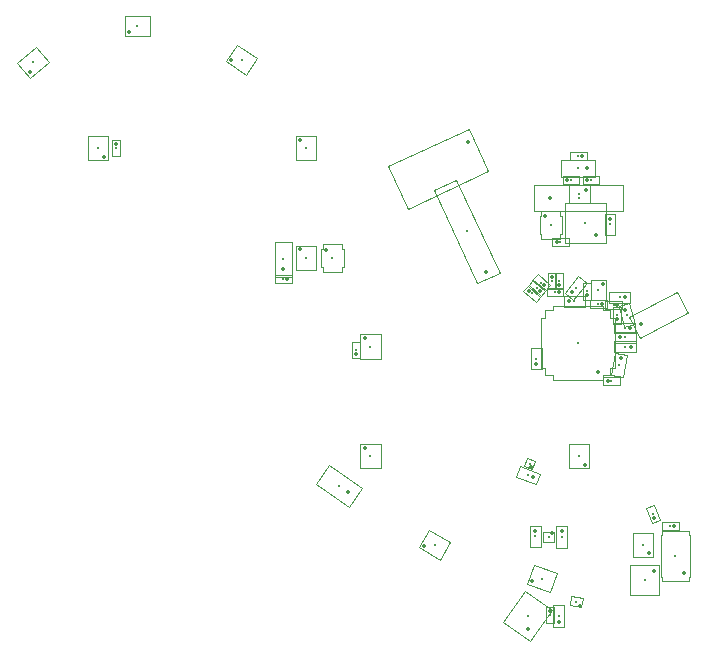
<source format=gbr>
%TF.GenerationSoftware,KiCad,Pcbnew,9.0.3*%
%TF.CreationDate,2025-08-06T14:18:07+08:00*%
%TF.ProjectId,Main,4d61696e-2e6b-4696-9361-645f70636258,1*%
%TF.SameCoordinates,Original*%
%TF.FileFunction,Component,L2,Bot*%
%TF.FilePolarity,Positive*%
%FSLAX46Y46*%
G04 Gerber Fmt 4.6, Leading zero omitted, Abs format (unit mm)*
G04 Created by KiCad (PCBNEW 9.0.3) date 2025-08-06 14:18:07*
%MOMM*%
%LPD*%
G01*
G04 APERTURE LIST*
%TA.AperFunction,ComponentMain*%
%ADD10C,0.300000*%
%TD*%
%TA.AperFunction,ComponentOutline,Footprint*%
%ADD11C,0.100000*%
%TD*%
%TA.AperFunction,ComponentPin*%
%ADD12P,0.360000X4X0.000000*%
%TD*%
%TA.AperFunction,ComponentPin*%
%ADD13C,0.100000*%
%TD*%
%TA.AperFunction,ComponentOutline,Courtyard*%
%ADD14C,0.100000*%
%TD*%
G04 APERTURE END LIST*
D10*
%TO.C,D5*%
%TO.CFtp,TX1812MWCA5-F01*%
%TO.CVal,TX1812MWCA5-F01*%
%TO.CLbN,Pixels-dice*%
%TO.CMnt,SMD*%
%TO.CRot,-120*%
X146960000Y-126686903D03*
D11*
X147422676Y-127935525D02*
X145647324Y-126910525D01*
X146497324Y-125438281D01*
X148272676Y-126463281D01*
X147422676Y-127935525D01*
D12*
%TO.P,D5,1,DOUT*%
X146082132Y-126757416D03*
D13*
%TO.P,D5,2,GND*%
X146582132Y-125891390D03*
%TO.P,D5,3,DIN*%
X147837868Y-126616390D03*
%TO.P,D5,4,VCC*%
X147337868Y-127482416D03*
%TD*%
D10*
%TO.C,D4*%
%TO.CFtp,TX1812MWCA5-F01*%
%TO.CVal,TX1812MWCA5-F01*%
%TO.CLbN,Pixels-dice*%
%TO.CMnt,SMD*%
%TO.CRot,-110*%
X156025902Y-129556903D03*
D11*
X156698370Y-130706212D02*
X154772000Y-130005071D01*
X155353434Y-128407594D01*
X157279804Y-129108735D01*
X156698370Y-130706212D01*
D12*
%TO.P,D4,1,DOUT*%
X155173615Y-129778785D03*
D13*
%TO.P,D4,2,GND*%
X155515635Y-128839092D03*
%TO.P,D4,3,DIN*%
X156878189Y-129335021D03*
%TO.P,D4,4,VCC*%
X156536169Y-130274714D03*
%TD*%
D10*
%TO.C,D6*%
%TO.CFtp,TX1812MWCA5-F01*%
%TO.CVal,TX1812MWCA5-F01*%
%TO.CLbN,Pixels-dice*%
%TO.CMnt,SMD*%
%TO.CRot,180*%
X141510000Y-119176903D03*
D11*
X140660000Y-120201903D02*
X140660000Y-118151903D01*
X142360000Y-118151903D01*
X142360000Y-120201903D01*
X140660000Y-120201903D01*
D12*
%TO.P,D6,1,DOUT*%
X141010000Y-118451903D03*
D13*
%TO.P,D6,2,GND*%
X142010000Y-118451903D03*
%TO.P,D6,3,DIN*%
X142010000Y-119901903D03*
%TO.P,D6,4,VCC*%
X141010000Y-119901903D03*
%TD*%
D10*
%TO.C,C16*%
%TO.CFtp,C_0402_1005Metric*%
%TO.CVal,10uF 6.3V 20\u0025*%
%TO.CLbN,Pixels-dice*%
%TO.CMnt,SMD*%
%TO.CRot,90*%
X155480000Y-125980000D03*
D14*
X155935007Y-125075001D02*
X155934992Y-126885001D01*
X155024992Y-126884998D01*
X155025007Y-125074998D01*
X155935007Y-125075001D01*
D12*
%TO.P,C16,1*%
X155480001Y-125500001D03*
D13*
%TO.P,C16,2*%
X155479999Y-126459999D03*
%TD*%
D10*
%TO.C,D2*%
%TO.CFtp,TX1812MWCA5-F01*%
%TO.CVal,TX1812MWCA5-F01*%
%TO.CLbN,Pixels-dice*%
%TO.CMnt,SMD*%
%TO.CRot,0*%
X159160000Y-119176903D03*
D11*
X160010000Y-118151903D02*
X160010000Y-120201903D01*
X158310000Y-120201903D01*
X158310000Y-118151903D01*
X160010000Y-118151903D01*
D12*
%TO.P,D2,1,DOUT*%
X159660000Y-119901903D03*
D13*
%TO.P,D2,2,GND*%
X158660000Y-119901903D03*
%TO.P,D2,3,DIN*%
X158660000Y-118451903D03*
%TO.P,D2,4,VCC*%
X159660000Y-118451903D03*
%TD*%
D10*
%TO.C,D7*%
%TO.CFtp,TX1812MWCA5-F01*%
%TO.CVal,TX1812MWCA5-F01*%
%TO.CLbN,Pixels-dice*%
%TO.CMnt,SMD*%
%TO.CRot,180*%
X141510000Y-109896903D03*
D11*
X140660000Y-110921903D02*
X140660000Y-108871903D01*
X142360000Y-108871903D01*
X142360000Y-110921903D01*
X140660000Y-110921903D01*
D12*
%TO.P,D7,1,DOUT*%
X141010000Y-109171903D03*
D13*
%TO.P,D7,2,GND*%
X142010000Y-109171903D03*
%TO.P,D7,3,DIN*%
X142010000Y-110621903D03*
%TO.P,D7,4,VCC*%
X141010000Y-110621903D03*
%TD*%
D10*
%TO.C,D13*%
%TO.CFtp,TX1812MWCA5-F01*%
%TO.CVal,TX1812MWCA5-F01*%
%TO.CLbN,Pixels-dice*%
%TO.CMnt,SMD*%
%TO.CRot,0*%
X118410000Y-93116903D03*
D11*
X119260000Y-92091903D02*
X119260000Y-94141903D01*
X117560000Y-94141903D01*
X117560000Y-92091903D01*
X119260000Y-92091903D01*
D12*
%TO.P,D13,1,DOUT*%
X118910000Y-93841903D03*
D13*
%TO.P,D13,2,GND*%
X117910000Y-93841903D03*
%TO.P,D13,3,DIN*%
X117910000Y-92391903D03*
%TO.P,D13,4,VCC*%
X118910000Y-92391903D03*
%TD*%
D10*
%TO.C,D12*%
%TO.CFtp,TX1812MWCA5-F01*%
%TO.CVal,TX1812MWCA5-F01*%
%TO.CLbN,Pixels-dice*%
%TO.CMnt,SMD*%
%TO.CRot,-50*%
X112950000Y-85842805D03*
D11*
X114281565Y-85835085D02*
X112711174Y-87152800D01*
X111618435Y-85850525D01*
X113188826Y-84532810D01*
X114281565Y-85835085D01*
D12*
%TO.P,D12,1,DOUT*%
X112716012Y-86691848D03*
D13*
%TO.P,D12,2,GND*%
X112073224Y-85925804D03*
%TO.P,D12,3,DIN*%
X113183988Y-84993762D03*
%TO.P,D12,4,VCC*%
X113826776Y-85759806D03*
%TD*%
D10*
%TO.C,D9*%
%TO.CFtp,TX1812MWCA5-F01*%
%TO.CVal,TX1812MWCA5-F01*%
%TO.CLbN,Pixels-dice*%
%TO.CMnt,SMD*%
%TO.CRot,180*%
X136060000Y-93116903D03*
D11*
X135210000Y-94141903D02*
X135210000Y-92091903D01*
X136910000Y-92091903D01*
X136910000Y-94141903D01*
X135210000Y-94141903D01*
D12*
%TO.P,D9,1,DOUT*%
X135560000Y-92391903D03*
D13*
%TO.P,D9,2,GND*%
X136560000Y-92391903D03*
%TO.P,D9,3,DIN*%
X136560000Y-93841903D03*
%TO.P,D9,4,VCC*%
X135560000Y-93841903D03*
%TD*%
D10*
%TO.C,D8*%
%TO.CFtp,TX1812MWCA5-F01*%
%TO.CVal,TX1812MWCA5-F01*%
%TO.CLbN,Pixels-dice*%
%TO.CMnt,SMD*%
%TO.CRot,180*%
X136050000Y-102396903D03*
D11*
X135200000Y-103421903D02*
X135200000Y-101371903D01*
X136900000Y-101371903D01*
X136900000Y-103421903D01*
X135200000Y-103421903D01*
D12*
%TO.P,D8,1,DOUT*%
X135550000Y-101671903D03*
D13*
%TO.P,D8,2,GND*%
X136550000Y-101671903D03*
%TO.P,D8,3,DIN*%
X136550000Y-103121903D03*
%TO.P,D8,4,VCC*%
X135550000Y-103121903D03*
%TD*%
D10*
%TO.C,C6*%
%TO.CFtp,C_0201_0603Metric*%
%TO.CVal,0.1uF 10V 20\u0025*%
%TO.CLbN,Capacitor_SMD*%
%TO.CMnt,SMD*%
%TO.CRot,-90*%
X140270000Y-110190000D03*
D14*
X140615001Y-109495001D02*
X140614998Y-110884999D01*
X139924998Y-110884998D01*
X139925001Y-109495000D01*
X140615001Y-109495001D01*
D12*
%TO.P,C6,1*%
X140269999Y-110510001D03*
D13*
%TO.P,C6,2*%
X140270001Y-109869999D03*
%TD*%
D10*
%TO.C,U8*%
%TO.CFtp,SOT-553*%
%TO.CVal,SL1605*%
%TO.CLbN,Package_TO_SOT_SMD*%
%TO.CMnt,SMD*%
%TO.CRot,90*%
X138280000Y-102420000D03*
D14*
X139105000Y-101225000D02*
X139105000Y-101675000D01*
X139225000Y-101675000D01*
X139225000Y-103165000D01*
X139105000Y-103165000D01*
X139105000Y-103615000D01*
X137455000Y-103615000D01*
X137455000Y-103165000D01*
X137335000Y-103165000D01*
X137335000Y-101675000D01*
X137455000Y-101675000D01*
X137455000Y-101225000D01*
X139105000Y-101225000D01*
D12*
%TO.P,U8,1*%
X137780000Y-101707500D03*
D13*
%TO.P,U8,2,GND*%
X138280000Y-101707500D03*
%TO.P,U8,3*%
X138780000Y-101707500D03*
%TO.P,U8,4,VDD*%
X138780000Y-103132500D03*
%TO.P,U8,5,OUT*%
X137780000Y-103132500D03*
%TD*%
D10*
%TO.C,U6*%
%TO.CFtp,AW35122*%
%TO.CVal,AW35122*%
%TO.CLbN,Pixels-dice*%
%TO.CMnt,SMD*%
%TO.CRot,-110*%
X154990000Y-119800000D03*
D11*
X155208150Y-120267825D02*
X154522175Y-120018150D01*
X154771850Y-119332175D01*
X155457825Y-119581850D01*
X155208150Y-120267825D01*
D12*
%TO.P,U6,A1,VOUT*%
X155139418Y-120120428D03*
D13*
%TO.P,U6,A2,VIN*%
X155310428Y-119650582D03*
%TO.P,U6,B1,GND*%
X154669572Y-119949418D03*
%TO.P,U6,B2,EN*%
X154840582Y-119479572D03*
%TD*%
D10*
%TO.C,D11*%
%TO.CFtp,TX1812MWCA5-F01*%
%TO.CVal,TX1812MWCA5-F01*%
%TO.CLbN,Pixels-dice*%
%TO.CMnt,SMD*%
%TO.CRot,-90*%
X121780000Y-82736903D03*
D11*
X122805000Y-83586903D02*
X120755000Y-83586903D01*
X120755000Y-81886903D01*
X122805000Y-81886903D01*
X122805000Y-83586903D01*
D12*
%TO.P,D11,1,DOUT*%
X121055000Y-83236903D03*
D13*
%TO.P,D11,2,GND*%
X121055000Y-82236903D03*
%TO.P,D11,3,DIN*%
X122505000Y-82236903D03*
%TO.P,D11,4,VCC*%
X122505000Y-83236903D03*
%TD*%
D10*
%TO.C,C7*%
%TO.CFtp,C_0201_0603Metric*%
%TO.CVal,100pF NP0 10V 2\u0025*%
%TO.CLbN,Capacitor_SMD*%
%TO.CMnt,SMD*%
%TO.CRot,-90*%
X159840000Y-105220000D03*
D14*
X160185001Y-105914998D02*
X159495000Y-105915000D01*
X159494998Y-104525001D01*
X160184999Y-104524999D01*
X160185001Y-105914998D01*
D12*
%TO.P,C7,1*%
X159839999Y-105540001D03*
D13*
%TO.P,C7,2*%
X159840001Y-104899999D03*
%TD*%
D10*
%TO.C,L1*%
%TO.CFtp,C_1.2x1.8*%
%TO.CVal,10uH 100mA 20\u0025*%
%TO.CLbN,Pixels-dice*%
%TO.CMnt,SMD*%
%TO.CRot,80*%
X162580000Y-111470000D03*
D11*
X162244448Y-110436020D02*
X163248958Y-110613142D01*
X162915552Y-112503980D01*
X161911042Y-112326858D01*
X162244448Y-110436020D01*
D12*
%TO.P,L1,1,1*%
X162691138Y-110839720D03*
D13*
%TO.P,L1,2,2*%
X162468862Y-112100280D03*
%TD*%
D10*
%TO.C,C5*%
%TO.CFtp,C_0201_0603Metric*%
%TO.CVal,8pF 10V 10\u0025*%
%TO.CLbN,Capacitor_SMD*%
%TO.CMnt,SMD*%
%TO.CRot,0*%
X160810000Y-106280000D03*
D14*
X161504999Y-105934999D02*
X161504999Y-106625001D01*
X160115001Y-106625001D01*
X160115001Y-105934999D01*
X161504999Y-105934999D01*
D12*
%TO.P,C5,1*%
X161130002Y-106279999D03*
D13*
%TO.P,C5,2*%
X160489998Y-106280001D03*
%TD*%
D10*
%TO.C,C3*%
%TO.CFtp,C_0201_0603Metric*%
%TO.CVal,0.1uF 10V 20\u0025*%
%TO.CLbN,Capacitor_SMD*%
%TO.CMnt,SMD*%
%TO.CRot,180*%
X161900000Y-112780000D03*
D14*
X162594999Y-112435003D02*
X162594996Y-113125001D01*
X161205000Y-113124996D01*
X161205003Y-112434998D01*
X162594999Y-112435003D01*
D12*
%TO.P,C3,1*%
X161579998Y-112779999D03*
D13*
%TO.P,C3,2*%
X162220002Y-112780001D03*
%TD*%
D10*
%TO.C,C2*%
%TO.CFtp,C_0201_0603Metric*%
%TO.CVal,8pF 10V 10\u0025*%
%TO.CLbN,Capacitor_SMD*%
%TO.CMnt,SMD*%
%TO.CRot,0*%
X162090000Y-106360000D03*
D14*
X162784998Y-106704995D02*
X161395004Y-106705000D01*
X161395001Y-106015004D01*
X162784995Y-106014999D01*
X162784998Y-106704995D01*
D12*
%TO.P,C2,1*%
X162410003Y-106360002D03*
D13*
%TO.P,C2,2*%
X161769997Y-106359998D03*
%TD*%
D10*
%TO.C,U1*%
%TO.CFtp,QFN-32-1EP_5x5mm_P0.5mm_EP3.1x3.1mm*%
%TO.CVal,N52810_QFN32*%
%TO.CLbN,Pixels-dice*%
%TO.CMnt,SMD*%
%TO.CRot,-90*%
X159057500Y-109590000D03*
D14*
X161182500Y-106465000D02*
X161182500Y-106845000D01*
X161802500Y-106845000D01*
X161802500Y-107465000D01*
X162182500Y-107465000D01*
X162182500Y-111715000D01*
X161802500Y-111715000D01*
X161802500Y-112335000D01*
X161182500Y-112335000D01*
X161182500Y-112715000D01*
X156932500Y-112715000D01*
X156932500Y-112335000D01*
X156312500Y-112335000D01*
X156312500Y-111715000D01*
X155932500Y-111715000D01*
X155932500Y-107465000D01*
X156312500Y-107465000D01*
X156312500Y-106845000D01*
X156932500Y-106845000D01*
X156932500Y-106465000D01*
X161182500Y-106465000D01*
D12*
%TO.P,U1,1,DEC1*%
X160807500Y-112027500D03*
D13*
%TO.P,U1,2,P0.00/XL1*%
X160307500Y-112027500D03*
%TO.P,U1,3,P0.01/XL2*%
X159807500Y-112027500D03*
%TO.P,U1,4,P0.04/AIN2*%
X159307500Y-112027500D03*
%TO.P,U1,5,P0.05/AIN3*%
X158807500Y-112027500D03*
%TO.P,U1,6,P0.06*%
X158307500Y-112027500D03*
%TO.P,U1,7,P0.09*%
X157807500Y-112027500D03*
%TO.P,U1,8,P0.10*%
X157307500Y-112027500D03*
%TO.P,U1,9,VDD*%
X156620000Y-111340000D03*
%TO.P,U1,10,P0.12*%
X156620000Y-110840000D03*
%TO.P,U1,11,P0.14*%
X156620000Y-110340000D03*
%TO.P,U1,12,P0.15*%
X156620000Y-109840000D03*
%TO.P,U1,13,P0.16/TDATA1*%
X156620000Y-109340000D03*
%TO.P,U1,14,P0.18/TDATA0*%
X156620000Y-108840000D03*
%TO.P,U1,15,P0.20/TCLK*%
X156620000Y-108340000D03*
%TO.P,U1,16,P0.16*%
X156620000Y-107840000D03*
%TO.P,U1,17,SWDCLK*%
X157307500Y-107152500D03*
%TO.P,U1,18,SWDIO*%
X157807500Y-107152500D03*
%TO.P,U1,19,ANT*%
X158307500Y-107152500D03*
%TO.P,U1,20,VSS*%
X158807500Y-107152500D03*
%TO.P,U1,21,DEC2*%
X159307500Y-107152500D03*
%TO.P,U1,22,DEC3*%
X159807500Y-107152500D03*
%TO.P,U1,23,XC1*%
X160307500Y-107152500D03*
%TO.P,U1,24,XC2*%
X160807500Y-107152500D03*
%TO.P,U1,25,VDD*%
X161495000Y-107840000D03*
%TO.P,U1,26,P0.25*%
X161495000Y-108340000D03*
%TO.P,U1,27,P0.28/AIN4*%
X161495000Y-108840000D03*
%TO.P,U1,28,P0.30/AIN6*%
X161495000Y-109340000D03*
%TO.P,U1,29,VSS*%
X161495000Y-109840000D03*
%TO.P,U1,30,DEC4*%
X161495000Y-110340000D03*
%TO.P,U1,31,DCC*%
X161495000Y-110840000D03*
%TO.P,U1,32,VDD*%
X161495000Y-111340000D03*
%TO.P,U1,33,VSS*%
X159057500Y-109590000D03*
%TD*%
D10*
%TO.C,C10*%
%TO.CFtp,C_0201_0603Metric*%
%TO.CVal,0.1uF 10V 20\u0025*%
%TO.CLbN,Capacitor_SMD*%
%TO.CMnt,SMD*%
%TO.CRot,-90*%
X162390000Y-107260000D03*
D14*
X162735001Y-106565001D02*
X162734998Y-107954999D01*
X162044998Y-107954998D01*
X162045001Y-106565000D01*
X162735001Y-106565001D01*
D12*
%TO.P,C10,1*%
X162389999Y-107580001D03*
D13*
%TO.P,C10,2*%
X162390001Y-106939999D03*
%TD*%
D10*
%TO.C,C8*%
%TO.CFtp,0402_RF*%
%TO.CVal,0.8pF 10V 5\u0025 C0G*%
%TO.CLbN,Pixels-dice*%
%TO.CMnt,SMD*%
%TO.CRot,180*%
X158780000Y-106070000D03*
D14*
X159685005Y-105615004D02*
X159684998Y-106524996D01*
X157874995Y-106524996D01*
X157875002Y-105615004D01*
X159685005Y-105615004D01*
D12*
%TO.P,C8,1*%
X158339997Y-106069996D03*
D13*
%TO.P,C8,2*%
X159220003Y-106070004D03*
%TD*%
D10*
%TO.C,D3*%
%TO.CFtp,TX1812MWCA5-F01*%
%TO.CVal,TX1812MWCA5-F01*%
%TO.CLbN,Pixels-dice*%
%TO.CMnt,SMD*%
%TO.CRot,0*%
X164620000Y-126686903D03*
D11*
X165470000Y-125661903D02*
X165470000Y-127711903D01*
X163770000Y-127711903D01*
X163770000Y-125661903D01*
X165470000Y-125661903D01*
D12*
%TO.P,D3,1,DOUT*%
X165120000Y-127411903D03*
D13*
%TO.P,D3,2,GND*%
X164120000Y-127411903D03*
%TO.P,D3,3,DIN*%
X164120000Y-125961903D03*
%TO.P,D3,4,VCC*%
X165120000Y-125961903D03*
%TD*%
D10*
%TO.C,C9*%
%TO.CFtp,C_0402_1005Metric*%
%TO.CVal,10uF 6.3V 20\u0025*%
%TO.CLbN,Pixels-dice*%
%TO.CMnt,SMD*%
%TO.CRot,-20*%
X154850000Y-120790000D03*
D14*
X155856043Y-120671973D02*
X155544799Y-121527095D01*
X153843956Y-120908026D01*
X154155200Y-120052904D01*
X155856043Y-120671973D01*
D12*
%TO.P,C9,1*%
X155301051Y-120954171D03*
D13*
%TO.P,C9,2*%
X154398949Y-120625829D03*
%TD*%
D10*
%TO.C,C18*%
%TO.CFtp,C_0402_1005Metric*%
%TO.CVal,4.7uF 10V 20\u0025*%
%TO.CLbN,Pixels-dice*%
%TO.CMnt,SMD*%
%TO.CRot,90*%
X157700004Y-126010009D03*
D14*
X158155011Y-125105010D02*
X158154993Y-126915010D01*
X157244996Y-126915007D01*
X157245014Y-125105007D01*
X158155011Y-125105010D01*
D12*
%TO.P,C18,1*%
X157700004Y-125530008D03*
D13*
%TO.P,C18,2*%
X157700004Y-126490010D03*
%TD*%
D10*
%TO.C,R4*%
%TO.CFtp,R_0201_0603Metric*%
%TO.CVal,10k 1\u0025*%
%TO.CLbN,Resistor_SMD*%
%TO.CMnt,SMD*%
%TO.CRot,0*%
X159119999Y-93750001D03*
D14*
X159814999Y-93405004D02*
X159814997Y-94095001D01*
X158424998Y-94094997D01*
X158425000Y-93405000D01*
X159814999Y-93405004D01*
D12*
%TO.P,R4,1*%
X159439997Y-93750004D03*
D13*
%TO.P,R4,2*%
X158800001Y-93749998D03*
%TD*%
D10*
%TO.C,U4*%
%TO.CFtp,FPB1_1-4*%
%TO.CVal,ME6230*%
%TO.CLbN,Pixels-dice*%
%TO.CMnt,SMD*%
%TO.CRot,90*%
X156589729Y-126018344D03*
D11*
X156137228Y-125565843D02*
X157042230Y-125565843D01*
X157042230Y-126470845D01*
X156137228Y-126470845D01*
X156137228Y-125565843D01*
D12*
%TO.P,U4,1,VOUT*%
X156914730Y-125693344D03*
D13*
%TO.P,U4,*%
X156589729Y-126018344D03*
%TO.P,U4,2,VSS*%
X156914729Y-126343345D03*
%TO.P,U4,3,CE*%
X156264728Y-126343344D03*
%TO.P,U4,4,VIN*%
X156264729Y-125693343D03*
%TD*%
D10*
%TO.C,R9*%
%TO.CFtp,R_0201_0603Metric*%
%TO.CVal,100k 1\u0025*%
%TO.CLbN,Resistor_SMD*%
%TO.CMnt,SMD*%
%TO.CRot,90*%
X156690000Y-132620000D03*
D14*
X157035001Y-131925003D02*
X157034996Y-133314999D01*
X156344998Y-133314996D01*
X156345003Y-131925000D01*
X157035001Y-131925003D01*
D12*
%TO.P,R9,1*%
X156690001Y-132299998D03*
D13*
%TO.P,R9,2*%
X156689999Y-132940002D03*
%TD*%
D10*
%TO.C,C4*%
%TO.CFtp,C_0402_1005Metric*%
%TO.CVal,4.7uF 10V 20\u0025*%
%TO.CLbN,Pixels-dice*%
%TO.CMnt,SMD*%
%TO.CRot,-90*%
X155550000Y-110930000D03*
D14*
X156005002Y-110024999D02*
X156004999Y-111835001D01*
X155094997Y-111835000D01*
X155095000Y-110024998D01*
X156005002Y-110024999D01*
D12*
%TO.P,C4,1*%
X155550004Y-111409998D03*
D13*
%TO.P,C4,2*%
X155549996Y-110450002D03*
%TD*%
D10*
%TO.C,J3*%
%TO.CFtp,Hongjie 10100 Solder Tabs*%
%TO.CVal,Conn_01x02*%
%TO.CLbN,Pixels-dice*%
%TO.CMnt,TH*%
%TO.CRot,180*%
X159140000Y-97293934D03*
D11*
X155390000Y-98400000D02*
X155390000Y-96193934D01*
X162890000Y-96193934D01*
X162890000Y-98400000D01*
X155390000Y-98400000D01*
D12*
%TO.P,J3,1,Pin_1*%
X156690000Y-97293934D03*
D13*
%TO.P,J3,2,Pin_2*%
X161590000Y-97300000D03*
%TD*%
D10*
%TO.C,D10*%
%TO.CFtp,TX1812MWCA5-F01*%
%TO.CVal,TX1812MWCA5-F01*%
%TO.CLbN,Pixels-dice*%
%TO.CMnt,SMD*%
%TO.CRot,-125*%
X130600000Y-85616903D03*
D11*
X130952091Y-86901098D02*
X129272829Y-85725266D01*
X130247909Y-84332708D01*
X131927171Y-85508540D01*
X130952091Y-86901098D01*
D12*
%TO.P,D10,1,DOUT*%
X129719327Y-85610636D03*
D13*
%TO.P,D10,2,GND*%
X130292903Y-84791484D03*
%TO.P,D10,3,DIN*%
X131480673Y-85623170D03*
%TO.P,D10,4,VCC*%
X130907097Y-86442322D03*
%TD*%
D10*
%TO.C,C13*%
%TO.CFtp,C_0402_1005Metric*%
%TO.CVal,4.7uF 25V 20\u0025*%
%TO.CLbN,Capacitor_SMD*%
%TO.CMnt,SMD*%
%TO.CRot,90*%
X161790000Y-99550000D03*
D14*
X162245002Y-98644999D02*
X162244994Y-100455003D01*
X161334997Y-100455000D01*
X161335005Y-98644996D01*
X162245002Y-98644999D01*
D12*
%TO.P,C13,1*%
X161790000Y-99069999D03*
D13*
%TO.P,C13,2*%
X161790000Y-100030001D03*
%TD*%
D10*
%TO.C,D1*%
%TO.CFtp,SOT-363_SC-70-6*%
%TO.CVal,BAV99S*%
%TO.CLbN,Pixels-dice*%
%TO.CMnt,SMD*%
%TO.CRot,-125*%
X154810000Y-132700000D03*
D14*
X156867571Y-132193590D02*
X155037865Y-134806687D01*
X152752428Y-133206409D01*
X154582134Y-130593312D01*
X156867571Y-132193590D01*
D12*
%TO.P,D1,1,A1*%
X154826231Y-133810063D03*
D13*
%TO.P,D1,2,K2*%
X154293781Y-133437237D03*
%TO.P,D1,3,K1A2*%
X153761331Y-133064412D03*
%TO.P,D1,4,A3*%
X154793769Y-131589937D03*
%TO.P,D1,5,K4*%
X155326219Y-131962763D03*
%TO.P,D1,6,K3A4*%
X155858669Y-132335588D03*
%TD*%
D10*
%TO.C,C15*%
%TO.CFtp,C_0603_1608Metric*%
%TO.CVal,22uF 10V 20\u0025*%
%TO.CLbN,Capacitor_SMD*%
%TO.CMnt,SMD*%
%TO.CRot,0*%
X159080000Y-94790000D03*
D14*
X160554999Y-94065001D02*
X160555000Y-95515001D01*
X157605000Y-95514998D01*
X157604999Y-94064998D01*
X160554999Y-94065001D01*
D12*
%TO.P,C15,1*%
X159854999Y-94790003D03*
D13*
%TO.P,C15,2*%
X158305001Y-94789997D03*
%TD*%
D10*
%TO.C,L2*%
%TO.CFtp,L_0402_1005Metric*%
%TO.CVal,15nH 100mA 5\u0025*%
%TO.CLbN,Inductor_SMD*%
%TO.CMnt,SMD*%
%TO.CRot,0*%
X163070000Y-109920000D03*
D14*
X163995000Y-110384997D02*
X162145000Y-110385002D01*
X162145000Y-109455002D01*
X163995000Y-109454997D01*
X163995000Y-110384997D01*
D12*
%TO.P,L2,1,1*%
X163555000Y-109920003D03*
D13*
%TO.P,L2,2,2*%
X162585000Y-109919997D03*
%TD*%
D10*
%TO.C,C1*%
%TO.CFtp,C_0402_1005Metric*%
%TO.CVal,4.7uF 10V 20\u0025*%
%TO.CLbN,Pixels-dice*%
%TO.CMnt,SMD*%
%TO.CRot,180*%
X163090000Y-109110000D03*
D14*
X163994998Y-109564997D02*
X162184998Y-109564998D01*
X162185001Y-108655002D01*
X163995001Y-108655001D01*
X163994998Y-109564997D01*
D12*
%TO.P,C1,1*%
X162609999Y-109110000D03*
D13*
%TO.P,C1,2*%
X163570001Y-109110000D03*
%TD*%
D10*
%TO.C,C21*%
%TO.CFtp,C_0201_0603Metric*%
%TO.CVal,10nF 25V 10\u0025*%
%TO.CLbN,Capacitor_SMD*%
%TO.CMnt,SMD*%
%TO.CRot,-90*%
X157459997Y-104370003D03*
D14*
X157804993Y-103675006D02*
X157804995Y-105065000D01*
X157115000Y-105064999D01*
X157114998Y-103675005D01*
X157804993Y-103675006D01*
D12*
%TO.P,C21,1*%
X157460001Y-104690002D03*
D13*
%TO.P,C21,2*%
X157459993Y-104050004D03*
%TD*%
D10*
%TO.C,R7*%
%TO.CFtp,R_0201_0603Metric*%
%TO.CVal,3.9M 1\u0025*%
%TO.CLbN,Resistor_SMD*%
%TO.CMnt,SMD*%
%TO.CRot,139*%
X155209632Y-105392293D03*
D14*
X155960494Y-105587880D02*
X155507815Y-106108626D01*
X154458769Y-105196705D01*
X154911448Y-104675959D01*
X155960494Y-105587880D01*
D12*
%TO.P,R7,1*%
X154968125Y-105182354D03*
D13*
%TO.P,R7,2*%
X155451139Y-105602232D03*
%TD*%
D10*
%TO.C,R2*%
%TO.CFtp,R_0201_0603Metric*%
%TO.CVal,3.9M 1\u0025*%
%TO.CLbN,Resistor_SMD*%
%TO.CMnt,SMD*%
%TO.CRot,90*%
X156890004Y-104370002D03*
D14*
X157235003Y-103675006D02*
X157235000Y-105064998D01*
X156545004Y-105064997D01*
X156545007Y-103675005D01*
X157235003Y-103675006D01*
D12*
%TO.P,R2,1*%
X156890000Y-104050000D03*
D13*
%TO.P,R2,2*%
X156890008Y-104690004D03*
%TD*%
D10*
%TO.C,R8*%
%TO.CFtp,R_0201_0603Metric*%
%TO.CVal,10M 1\u0025*%
%TO.CLbN,Resistor_SMD*%
%TO.CMnt,SMD*%
%TO.CRot,-41*%
X155950000Y-104500000D03*
D14*
X156700862Y-104695587D02*
X156248183Y-105216333D01*
X155199137Y-104304412D01*
X155651816Y-103783666D01*
X156700862Y-104695587D01*
D12*
%TO.P,R8,1*%
X156191507Y-104709939D03*
D13*
%TO.P,R8,2*%
X155708493Y-104290061D03*
%TD*%
D10*
%TO.C,R1*%
%TO.CFtp,R_0201_0603Metric*%
%TO.CVal,3.9M 1\u0025*%
%TO.CLbN,Resistor_SMD*%
%TO.CMnt,SMD*%
%TO.CRot,0*%
X157140000Y-105280000D03*
D14*
X157834998Y-105624998D02*
X156445002Y-105625002D01*
X156445002Y-104935001D01*
X157834998Y-104934997D01*
X157834998Y-105624998D01*
D12*
%TO.P,R1,1*%
X157460005Y-105279998D03*
D13*
%TO.P,R1,2*%
X156819995Y-105280002D03*
%TD*%
D10*
%TO.C,C22*%
%TO.CFtp,C_0201_0603Metric*%
%TO.CVal,10nF 25V 10\u0025*%
%TO.CLbN,Capacitor_SMD*%
%TO.CMnt,SMD*%
%TO.CRot,-41*%
X155579276Y-104944531D03*
D14*
X156330138Y-105140118D02*
X155877459Y-105660864D01*
X154828413Y-104748943D01*
X155281092Y-104228197D01*
X156330138Y-105140118D01*
D12*
%TO.P,C22,1*%
X155820783Y-105154470D03*
D13*
%TO.P,C22,2*%
X155337769Y-104734592D03*
%TD*%
D10*
%TO.C,Y1*%
%TO.CFtp,SX16Y032000B81T001*%
%TO.CVal,32MHz 40ppm*%
%TO.CLbN,Pixels-dice*%
%TO.CMnt,SMD*%
%TO.CRot,90*%
X160795001Y-105117500D03*
D11*
X160175000Y-104282499D02*
X161415002Y-104282499D01*
X161415002Y-105952501D01*
X160175000Y-105952501D01*
X160175000Y-104282499D01*
D12*
%TO.P,Y1,1,1*%
X161155002Y-104617499D03*
D13*
%TO.P,Y1,2,2*%
X161155002Y-105617501D03*
%TO.P,Y1,3,3*%
X160435000Y-105617501D03*
%TO.P,Y1,4,4*%
X160435000Y-104617499D03*
%TD*%
D10*
%TO.C,U2*%
%TO.CFtp,LGA-12_2x2mm_P0.5mm*%
%TO.CVal,SC7A20HTR*%
%TO.CLbN,Package_LGA*%
%TO.CMnt,SMD*%
%TO.CRot,0*%
X164730000Y-129680000D03*
D14*
X165975000Y-130924999D02*
X163485000Y-130925000D01*
X163484999Y-128435000D01*
X165974999Y-128434999D01*
X165975000Y-130924999D01*
D12*
%TO.P,U2,1,ADDR*%
X165492499Y-128929997D03*
D13*
%TO.P,U2,2,SDA*%
X165492497Y-129430002D03*
%TO.P,U2,3,IO_VDD*%
X165492501Y-129930000D03*
%TO.P,U2,4,NC*%
X165492500Y-130430001D03*
%TO.P,U2,5,INT1*%
X164979998Y-130442497D03*
%TO.P,U2,6,INT2*%
X164480000Y-130442501D03*
%TO.P,U2,7,VDD*%
X163967501Y-130430003D03*
%TO.P,U2,8,GND*%
X163967503Y-129929998D03*
%TO.P,U2,9,GND*%
X163967499Y-129430000D03*
%TO.P,U2,10,CS*%
X163967500Y-128929999D03*
%TO.P,U2,11,NC*%
X164480002Y-128917503D03*
%TO.P,U2,12,SCL*%
X164980000Y-128917499D03*
%TD*%
D10*
%TO.C,C11*%
%TO.CFtp,0402_RF*%
%TO.CVal,DNP*%
%TO.CLbN,Pixels-dice*%
%TO.CMnt,SMD*%
%TO.CRot,0*%
X163030000Y-108330000D03*
D14*
X163935004Y-107875003D02*
X163934998Y-108785004D01*
X162124995Y-108784996D01*
X162125001Y-107874995D01*
X163935004Y-107875003D01*
D12*
%TO.P,C11,1*%
X163470003Y-108330001D03*
D13*
%TO.P,C11,2*%
X162589997Y-108329999D03*
%TD*%
D10*
%TO.C,L5*%
%TO.CFtp,0402_RF*%
%TO.CVal,3.9nH 5\u0025*%
%TO.CLbN,Pixels-dice*%
%TO.CMnt,SMD*%
%TO.CRot,-130*%
X158870000Y-104950000D03*
D14*
X159800274Y-104549199D02*
X158636828Y-105935739D01*
X157939725Y-105350800D01*
X159103171Y-103964260D01*
X159800274Y-104549199D01*
D12*
%TO.P,L5,1,1*%
X158587172Y-105287061D03*
D13*
%TO.P,L5,2,2*%
X159152828Y-104612939D03*
%TD*%
D10*
%TO.C,R5*%
%TO.CFtp,R_0201_0603Metric*%
%TO.CVal,10k 1\u0025*%
%TO.CLbN,Resistor_SMD*%
%TO.CMnt,SMD*%
%TO.CRot,0*%
X134140000Y-104170000D03*
D14*
X134834998Y-103825004D02*
X134834995Y-104515000D01*
X133445001Y-104514995D01*
X133445004Y-103824999D01*
X134834998Y-103825004D01*
D12*
%TO.P,R5,1*%
X134460003Y-104169998D03*
D13*
%TO.P,R5,2*%
X133819997Y-104170002D03*
%TD*%
D10*
%TO.C,U3*%
%TO.CFtp,SOT-23*%
%TO.CVal,PJ75BL50SA*%
%TO.CLbN,Pixels-dice*%
%TO.CMnt,SMD*%
%TO.CRot,90*%
X159690004Y-99449991D03*
D14*
X161434996Y-101144988D02*
X157945004Y-101144991D01*
X157945011Y-97754993D01*
X161435003Y-97754990D01*
X161434996Y-101144988D01*
D12*
%TO.P,U3,1,VSS*%
X160640000Y-100450000D03*
D13*
%TO.P,U3,2,VOUT*%
X158740007Y-100449996D03*
%TO.P,U3,3,VIN*%
X159690004Y-98449991D03*
%TD*%
D10*
%TO.C,C19*%
%TO.CFtp,C_0805_2012Metric*%
%TO.CVal,12nF 50V 5\u0025 NP0*%
%TO.CLbN,Capacitor_SMD*%
%TO.CMnt,SMD*%
%TO.CRot,-35*%
X138830000Y-121680000D03*
D14*
X140777698Y-121853537D02*
X139659229Y-123450886D01*
X136882301Y-121506462D01*
X138000770Y-119909113D01*
X140777698Y-121853537D01*
D12*
%TO.P,C19,1*%
X139608192Y-122224895D03*
D13*
%TO.P,C19,2*%
X138051808Y-121135105D03*
%TD*%
D10*
%TO.C,C12*%
%TO.CFtp,0402_RF*%
%TO.CVal,DNP*%
%TO.CLbN,Pixels-dice*%
%TO.CMnt,SMD*%
%TO.CRot,0*%
X162600000Y-105720000D03*
D14*
X163505004Y-105265002D02*
X163504999Y-106175005D01*
X161694995Y-106174997D01*
X161695000Y-105264994D01*
X163505004Y-105265002D01*
D12*
%TO.P,C12,1*%
X163039997Y-105719997D03*
D13*
%TO.P,C12,2*%
X162160003Y-105720003D03*
%TD*%
D10*
%TO.C,C23*%
%TO.CFtp,C_0201_0603Metric*%
%TO.CVal,0.1uF 10V 20\u0025*%
%TO.CLbN,Capacitor_SMD*%
%TO.CMnt,SMD*%
%TO.CRot,180*%
X160170000Y-95770000D03*
D14*
X160865000Y-95425000D02*
X160865000Y-96115000D01*
X159475000Y-96115000D01*
X159475000Y-95425000D01*
X160865000Y-95425000D01*
D12*
%TO.P,C23,1*%
X159850000Y-95770000D03*
D13*
%TO.P,C23,2*%
X160490000Y-95770000D03*
%TD*%
D10*
%TO.C,R6*%
%TO.CFtp,R_0201_0603Metric*%
%TO.CVal,3.9k 1\u0025*%
%TO.CLbN,Resistor_SMD*%
%TO.CMnt,SMD*%
%TO.CRot,180*%
X157580000Y-101020000D03*
D14*
X158274999Y-100675004D02*
X158274996Y-101364999D01*
X156885000Y-101364995D01*
X156885003Y-100675000D01*
X158274999Y-100675004D01*
D12*
%TO.P,R6,1*%
X157260000Y-101020002D03*
D13*
%TO.P,R6,2*%
X157900000Y-101019998D03*
%TD*%
D10*
%TO.C,AE1*%
%TO.CFtp,CHIP_ANT*%
%TO.CVal,Antenna_Chip*%
%TO.CLbN,Pixels-dice*%
%TO.CMnt,SMD*%
%TO.CRot,-62.5*%
X164392082Y-107984973D03*
D14*
X168395130Y-107022863D02*
X168310863Y-107066731D01*
X164323750Y-109142289D01*
X163404870Y-107377138D01*
X167476249Y-105257711D01*
X168395130Y-107022863D01*
D12*
%TO.P,AE1,1,FEED*%
X164392082Y-107984973D03*
D13*
%TO.P,AE1,2,PCB_Trace*%
X167407919Y-106415025D03*
%TD*%
D10*
%TO.C,Q1*%
%TO.CFtp,D_0603_1608Metric*%
%TO.CVal,ZSPT-Z1608C-06F-Z4*%
%TO.CLbN,Diode_SMD*%
%TO.CMnt,SMD*%
%TO.CRot,-90*%
X134109999Y-102520000D03*
D14*
X134834999Y-103994999D02*
X133384998Y-103994999D01*
X133384998Y-101045000D01*
X134834999Y-101045000D01*
X134834999Y-103994999D01*
D12*
%TO.P,Q1,1,C*%
X134109999Y-103307500D03*
D13*
%TO.P,Q1,2,E*%
X134109999Y-101732500D03*
%TD*%
D10*
%TO.C,J2*%
%TO.CFtp,FPC-POGO-4*%
%TO.CVal,Conn_01x04*%
%TO.CLbN,Pixels-dice*%
%TO.CMnt,SMD*%
%TO.CRot,-65*%
X149664438Y-100153932D03*
D11*
X152458677Y-103661685D02*
X150555430Y-104549183D01*
X146870199Y-96646179D01*
X148773446Y-95758681D01*
X152458677Y-103661685D01*
D12*
%TO.P,J2,1,Pin_1*%
X151274614Y-103606965D03*
D13*
%TO.P,J2,2,Pin_2*%
X150201163Y-101304943D03*
%TO.P,J2,3,Pin_3*%
X149127713Y-99002921D03*
%TO.P,J2,4,Pin_4*%
X148054262Y-96700899D03*
%TD*%
D10*
%TO.C,C24*%
%TO.CFtp,C_0201_0603Metric*%
%TO.CVal,0.1uF 10V 20\u0025*%
%TO.CLbN,Capacitor_SMD*%
%TO.CMnt,SMD*%
%TO.CRot,90*%
X119950000Y-93090000D03*
D14*
X120295001Y-92395001D02*
X120294996Y-93785000D01*
X119604998Y-93784998D01*
X119605003Y-92394999D01*
X120295001Y-92395001D01*
D12*
%TO.P,C24,1*%
X119949998Y-92769997D03*
D13*
%TO.P,C24,2*%
X119950002Y-93410003D03*
%TD*%
D10*
%TO.C,R10*%
%TO.CFtp,R_0201_0603Metric*%
%TO.CVal,3.9k 1\u0025*%
%TO.CLbN,Resistor_SMD*%
%TO.CMnt,SMD*%
%TO.CRot,0*%
X166910000Y-125070000D03*
D14*
X167604999Y-124725003D02*
X167604996Y-125415001D01*
X166215000Y-125414996D01*
X166215003Y-124724998D01*
X167604999Y-124725003D01*
D12*
%TO.P,R10,1*%
X167230002Y-125070001D03*
D13*
%TO.P,R10,2*%
X166589998Y-125069999D03*
%TD*%
D10*
%TO.C,U9*%
%TO.CFtp,SOT-553*%
%TO.CVal,XT4051*%
%TO.CLbN,Package_TO_SOT_SMD*%
%TO.CMnt,SMD*%
%TO.CRot,90*%
X156770000Y-99597500D03*
D14*
X157595000Y-98402500D02*
X157595001Y-98852501D01*
X157715000Y-98852500D01*
X157715000Y-100342500D01*
X157594999Y-100342501D01*
X157595000Y-100792500D01*
X155945000Y-100792500D01*
X155944999Y-100342499D01*
X155825000Y-100342499D01*
X155825000Y-98852499D01*
X155945001Y-98852499D01*
X155945000Y-98402500D01*
X157595000Y-98402500D01*
D12*
%TO.P,U9,1,BAT*%
X156270001Y-98885000D03*
D13*
%TO.P,U9,2,GND*%
X156769998Y-98885001D03*
%TO.P,U9,3,CHRG*%
X157269999Y-98885001D03*
%TO.P,U9,4,PROG*%
X157269999Y-100310000D03*
%TO.P,U9,5,VCC*%
X156270001Y-100309999D03*
%TD*%
D10*
%TO.C,R11*%
%TO.CFtp,R_0201_0603Metric*%
%TO.CVal,3.9k 1\u0025*%
%TO.CLbN,Resistor_SMD*%
%TO.CMnt,SMD*%
%TO.CRot,-70*%
X165440000Y-124090000D03*
D14*
X166001896Y-124625090D02*
X165353507Y-124861083D01*
X164878103Y-123554909D01*
X165526492Y-123318916D01*
X166001896Y-124625090D01*
D12*
%TO.P,R11,1*%
X165549447Y-124390703D03*
D13*
%TO.P,R11,2*%
X165330553Y-123789297D03*
%TD*%
D10*
%TO.C,R12*%
%TO.CFtp,R_0201_0603Metric*%
%TO.CVal,510R 1\u0025*%
%TO.CLbN,Resistor_SMD*%
%TO.CMnt,SMD*%
%TO.CRot,180*%
X158500000Y-95770000D03*
D14*
X159195000Y-95425000D02*
X159195000Y-96115000D01*
X157805000Y-96115000D01*
X157805000Y-95425000D01*
X159195000Y-95425000D01*
D12*
%TO.P,R12,1*%
X158180000Y-95770000D03*
D13*
%TO.P,R12,2*%
X158820000Y-95770000D03*
%TD*%
D10*
%TO.C,U7*%
%TO.CFtp,UDFN-4-1EP_1x1mm_P0.65mm_EP0.48x0.48mm*%
%TO.CVal,DS6101*%
%TO.CLbN,Package_DFN_QFN*%
%TO.CMnt,SMD*%
%TO.CRot,0*%
X159189999Y-96974999D03*
D14*
X160085001Y-96230002D02*
X160085002Y-97720000D01*
X158294996Y-97719995D01*
X158294995Y-96229997D01*
X160085001Y-96230002D01*
D12*
%TO.P,U7,1,BAT*%
X159729996Y-96649998D03*
D13*
%TO.P,U7,2,VSS*%
X159730000Y-97300003D03*
%TO.P,U7,3,SM*%
X158650002Y-97300000D03*
%TO.P,U7,4,EB-*%
X158649998Y-96649995D03*
%TO.P,U7,5,PAD*%
X159189999Y-96974999D03*
%TD*%
D10*
%TO.C,TH1*%
%TO.CFtp,R_0402_1005Metric*%
%TO.CVal,NTC 100k @ 25C*%
%TO.CLbN,Pixels-dice*%
%TO.CMnt,SMD*%
%TO.CRot,-90*%
X157450000Y-132710000D03*
D14*
X157915000Y-131785000D02*
X157915000Y-133635000D01*
X156985000Y-133635000D01*
X156985000Y-131785000D01*
X157915000Y-131785000D01*
D12*
%TO.P,TH1,1*%
X157450000Y-133220000D03*
D13*
%TO.P,TH1,2*%
X157450000Y-132200000D03*
%TD*%
D10*
%TO.C,J1*%
%TO.CFtp,FPC_14*%
%TO.CVal,Conn_01x14*%
%TO.CLbN,Pixels-dice*%
%TO.CMnt,SMD*%
%TO.CRot,25*%
X149780000Y-92550000D03*
D14*
X151494361Y-95055195D02*
X144706121Y-98220607D01*
X143019872Y-94604434D01*
X149808116Y-91439029D01*
X151494361Y-95055195D01*
D12*
%TO.P,J1,1,Pin_1*%
X149780000Y-92550000D03*
D13*
%TO.P,J1,2,Pin_2*%
X149326848Y-92761307D03*
%TO.P,J1,3,Pin_3*%
X148873694Y-92972619D03*
%TO.P,J1,4,Pin_4*%
X148420539Y-93183924D03*
%TO.P,J1,5,Pin_5*%
X147967384Y-93395239D03*
%TO.P,J1,6,Pin_6*%
X147514232Y-93606547D03*
%TO.P,J1,7,Pin_7*%
X147061079Y-93817856D03*
%TO.P,J1,8,Pin_8*%
X146607924Y-94029164D03*
%TO.P,J1,9,Pin_9*%
X146154769Y-94240473D03*
%TO.P,J1,10,Pin_10*%
X145701614Y-94451783D03*
%TO.P,J1,11,Pin_11*%
X145248461Y-94663091D03*
%TO.P,J1,12,Pin_12*%
X144795307Y-94874400D03*
%TO.P,J1,13,Pin_13*%
X144342152Y-95085708D03*
%TO.P,J1,14,Pin_14*%
X143889000Y-95297015D03*
%TD*%
D10*
%TO.C,U5*%
%TO.CFtp,TDFN-8-1EP_3x2mm_P0.5mm_EP1.3x1.4mm*%
%TO.CVal,BL24C02F-NTRC*%
%TO.CLbN,Pixels-dice*%
%TO.CMnt,SMD*%
%TO.CRot,-90*%
X167319997Y-127624998D03*
D14*
X168444997Y-125529998D02*
X168444998Y-125880000D01*
X168564996Y-125880001D01*
X168564995Y-129369998D01*
X168444999Y-129369998D01*
X168444997Y-129719998D01*
X166194996Y-129719997D01*
X166194996Y-129369996D01*
X166074997Y-129369994D01*
X166074998Y-125879997D01*
X166194995Y-125879998D01*
X166194996Y-125529997D01*
X168444997Y-125529998D01*
D12*
%TO.P,U5,1,A0*%
X168069999Y-129087499D03*
D13*
%TO.P,U5,2,A1*%
X167569995Y-129087498D03*
%TO.P,U5,3,A2*%
X167069998Y-129087498D03*
%TO.P,U5,4,GND*%
X166569995Y-129087499D03*
%TO.P,U5,5,SDA*%
X166569995Y-126162497D03*
%TO.P,U5,6,SCL*%
X167069999Y-126162498D03*
%TO.P,U5,7,WP*%
X167569996Y-126162498D03*
%TO.P,U5,8,VCC*%
X168069999Y-126162497D03*
%TO.P,U5,9*%
X167319997Y-127624998D03*
%TD*%
D10*
%TO.C,U10*%
%TO.CFtp,DFN1109-6*%
%TO.CVal,WAS3157D-6/TR*%
%TO.CLbN,Pixels-dice*%
%TO.CMnt,SMD*%
%TO.CRot,-10*%
X158930000Y-131510000D03*
D11*
X159491866Y-131202901D02*
X159352947Y-131990749D01*
X158368134Y-131817099D01*
X158507053Y-131029251D01*
X159491866Y-131202901D01*
D12*
%TO.P,U10,1,B0*%
X159280514Y-131825663D03*
D13*
%TO.P,U10,2,GND*%
X158886588Y-131756203D03*
%TO.P,U10,3,B1*%
X158492666Y-131686740D03*
%TO.P,U10,4,S*%
X158579486Y-131194337D03*
%TO.P,U10,5,VCC*%
X158973412Y-131263797D03*
%TO.P,U10,6,A*%
X159367334Y-131333260D03*
%TD*%
D10*
%TO.C,L3*%
%TO.CFtp,0402_RF*%
%TO.CVal,0 Ohm*%
%TO.CLbN,Pixels-dice*%
%TO.CMnt,SMD*%
%TO.CRot,105*%
X163200000Y-107220000D03*
D14*
X163873727Y-107976399D02*
X162994734Y-108211924D01*
X162526272Y-106463600D01*
X163405265Y-106228075D01*
X163873727Y-107976399D01*
D12*
%TO.P,L3,1,1*%
X163086119Y-106794992D03*
D13*
%TO.P,L3,2,2*%
X163313881Y-107645008D03*
%TD*%
M02*

</source>
